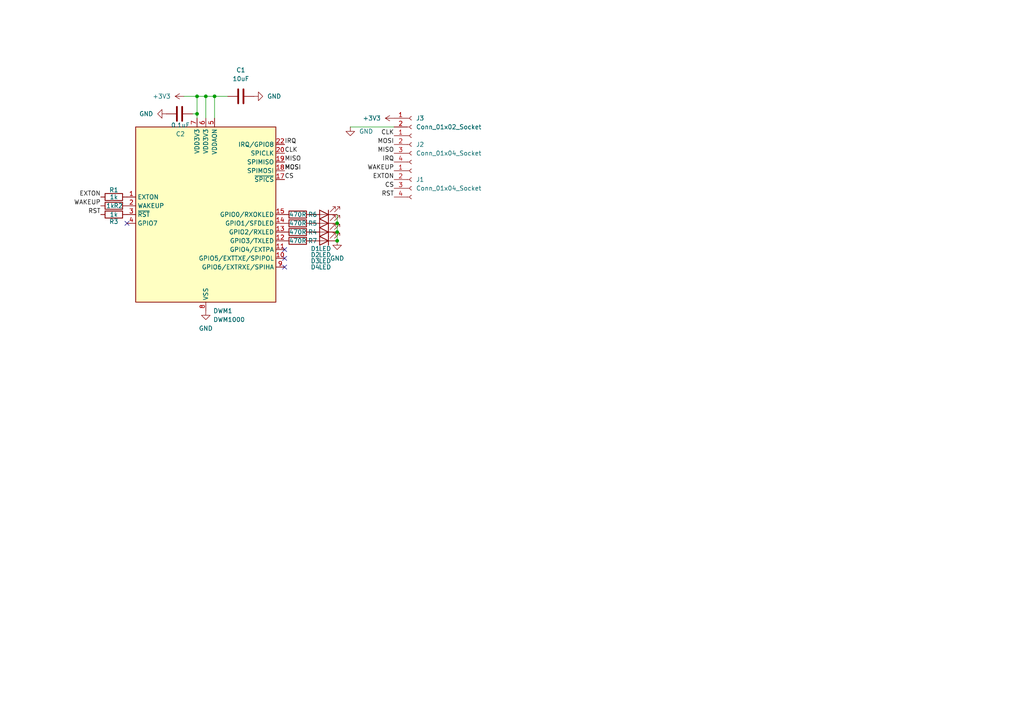
<source format=kicad_sch>
(kicad_sch
	(version 20250114)
	(generator "eeschema")
	(generator_version "9.0")
	(uuid "fa69f699-0bc2-430a-80e9-99bf605e5b53")
	(paper "A4")
	(lib_symbols
		(symbol "Connector:Conn_01x02_Socket"
			(pin_names
				(offset 1.016)
				(hide yes)
			)
			(exclude_from_sim no)
			(in_bom yes)
			(on_board yes)
			(property "Reference" "J"
				(at 0 2.54 0)
				(effects
					(font
						(size 1.27 1.27)
					)
				)
			)
			(property "Value" "Conn_01x02_Socket"
				(at 0 -5.08 0)
				(effects
					(font
						(size 1.27 1.27)
					)
				)
			)
			(property "Footprint" ""
				(at 0 0 0)
				(effects
					(font
						(size 1.27 1.27)
					)
					(hide yes)
				)
			)
			(property "Datasheet" "~"
				(at 0 0 0)
				(effects
					(font
						(size 1.27 1.27)
					)
					(hide yes)
				)
			)
			(property "Description" "Generic connector, single row, 01x02, script generated"
				(at 0 0 0)
				(effects
					(font
						(size 1.27 1.27)
					)
					(hide yes)
				)
			)
			(property "ki_locked" ""
				(at 0 0 0)
				(effects
					(font
						(size 1.27 1.27)
					)
				)
			)
			(property "ki_keywords" "connector"
				(at 0 0 0)
				(effects
					(font
						(size 1.27 1.27)
					)
					(hide yes)
				)
			)
			(property "ki_fp_filters" "Connector*:*_1x??_*"
				(at 0 0 0)
				(effects
					(font
						(size 1.27 1.27)
					)
					(hide yes)
				)
			)
			(symbol "Conn_01x02_Socket_1_1"
				(polyline
					(pts
						(xy -1.27 0) (xy -0.508 0)
					)
					(stroke
						(width 0.1524)
						(type default)
					)
					(fill
						(type none)
					)
				)
				(polyline
					(pts
						(xy -1.27 -2.54) (xy -0.508 -2.54)
					)
					(stroke
						(width 0.1524)
						(type default)
					)
					(fill
						(type none)
					)
				)
				(arc
					(start 0 -0.508)
					(mid -0.5058 0)
					(end 0 0.508)
					(stroke
						(width 0.1524)
						(type default)
					)
					(fill
						(type none)
					)
				)
				(arc
					(start 0 -3.048)
					(mid -0.5058 -2.54)
					(end 0 -2.032)
					(stroke
						(width 0.1524)
						(type default)
					)
					(fill
						(type none)
					)
				)
				(pin passive line
					(at -5.08 0 0)
					(length 3.81)
					(name "Pin_1"
						(effects
							(font
								(size 1.27 1.27)
							)
						)
					)
					(number "1"
						(effects
							(font
								(size 1.27 1.27)
							)
						)
					)
				)
				(pin passive line
					(at -5.08 -2.54 0)
					(length 3.81)
					(name "Pin_2"
						(effects
							(font
								(size 1.27 1.27)
							)
						)
					)
					(number "2"
						(effects
							(font
								(size 1.27 1.27)
							)
						)
					)
				)
			)
			(embedded_fonts no)
		)
		(symbol "Connector:Conn_01x04_Socket"
			(pin_names
				(offset 1.016)
				(hide yes)
			)
			(exclude_from_sim no)
			(in_bom yes)
			(on_board yes)
			(property "Reference" "J"
				(at 0 5.08 0)
				(effects
					(font
						(size 1.27 1.27)
					)
				)
			)
			(property "Value" "Conn_01x04_Socket"
				(at 0 -7.62 0)
				(effects
					(font
						(size 1.27 1.27)
					)
				)
			)
			(property "Footprint" ""
				(at 0 0 0)
				(effects
					(font
						(size 1.27 1.27)
					)
					(hide yes)
				)
			)
			(property "Datasheet" "~"
				(at 0 0 0)
				(effects
					(font
						(size 1.27 1.27)
					)
					(hide yes)
				)
			)
			(property "Description" "Generic connector, single row, 01x04, script generated"
				(at 0 0 0)
				(effects
					(font
						(size 1.27 1.27)
					)
					(hide yes)
				)
			)
			(property "ki_locked" ""
				(at 0 0 0)
				(effects
					(font
						(size 1.27 1.27)
					)
				)
			)
			(property "ki_keywords" "connector"
				(at 0 0 0)
				(effects
					(font
						(size 1.27 1.27)
					)
					(hide yes)
				)
			)
			(property "ki_fp_filters" "Connector*:*_1x??_*"
				(at 0 0 0)
				(effects
					(font
						(size 1.27 1.27)
					)
					(hide yes)
				)
			)
			(symbol "Conn_01x04_Socket_1_1"
				(polyline
					(pts
						(xy -1.27 2.54) (xy -0.508 2.54)
					)
					(stroke
						(width 0.1524)
						(type default)
					)
					(fill
						(type none)
					)
				)
				(polyline
					(pts
						(xy -1.27 0) (xy -0.508 0)
					)
					(stroke
						(width 0.1524)
						(type default)
					)
					(fill
						(type none)
					)
				)
				(polyline
					(pts
						(xy -1.27 -2.54) (xy -0.508 -2.54)
					)
					(stroke
						(width 0.1524)
						(type default)
					)
					(fill
						(type none)
					)
				)
				(polyline
					(pts
						(xy -1.27 -5.08) (xy -0.508 -5.08)
					)
					(stroke
						(width 0.1524)
						(type default)
					)
					(fill
						(type none)
					)
				)
				(arc
					(start 0 2.032)
					(mid -0.5058 2.54)
					(end 0 3.048)
					(stroke
						(width 0.1524)
						(type default)
					)
					(fill
						(type none)
					)
				)
				(arc
					(start 0 -0.508)
					(mid -0.5058 0)
					(end 0 0.508)
					(stroke
						(width 0.1524)
						(type default)
					)
					(fill
						(type none)
					)
				)
				(arc
					(start 0 -3.048)
					(mid -0.5058 -2.54)
					(end 0 -2.032)
					(stroke
						(width 0.1524)
						(type default)
					)
					(fill
						(type none)
					)
				)
				(arc
					(start 0 -5.588)
					(mid -0.5058 -5.08)
					(end 0 -4.572)
					(stroke
						(width 0.1524)
						(type default)
					)
					(fill
						(type none)
					)
				)
				(pin passive line
					(at -5.08 2.54 0)
					(length 3.81)
					(name "Pin_1"
						(effects
							(font
								(size 1.27 1.27)
							)
						)
					)
					(number "1"
						(effects
							(font
								(size 1.27 1.27)
							)
						)
					)
				)
				(pin passive line
					(at -5.08 0 0)
					(length 3.81)
					(name "Pin_2"
						(effects
							(font
								(size 1.27 1.27)
							)
						)
					)
					(number "2"
						(effects
							(font
								(size 1.27 1.27)
							)
						)
					)
				)
				(pin passive line
					(at -5.08 -2.54 0)
					(length 3.81)
					(name "Pin_3"
						(effects
							(font
								(size 1.27 1.27)
							)
						)
					)
					(number "3"
						(effects
							(font
								(size 1.27 1.27)
							)
						)
					)
				)
				(pin passive line
					(at -5.08 -5.08 0)
					(length 3.81)
					(name "Pin_4"
						(effects
							(font
								(size 1.27 1.27)
							)
						)
					)
					(number "4"
						(effects
							(font
								(size 1.27 1.27)
							)
						)
					)
				)
			)
			(embedded_fonts no)
		)
		(symbol "Device:C"
			(pin_numbers
				(hide yes)
			)
			(pin_names
				(offset 0.254)
			)
			(exclude_from_sim no)
			(in_bom yes)
			(on_board yes)
			(property "Reference" "C"
				(at 0.635 2.54 0)
				(effects
					(font
						(size 1.27 1.27)
					)
					(justify left)
				)
			)
			(property "Value" "C"
				(at 0.635 -2.54 0)
				(effects
					(font
						(size 1.27 1.27)
					)
					(justify left)
				)
			)
			(property "Footprint" ""
				(at 0.9652 -3.81 0)
				(effects
					(font
						(size 1.27 1.27)
					)
					(hide yes)
				)
			)
			(property "Datasheet" "~"
				(at 0 0 0)
				(effects
					(font
						(size 1.27 1.27)
					)
					(hide yes)
				)
			)
			(property "Description" "Unpolarized capacitor"
				(at 0 0 0)
				(effects
					(font
						(size 1.27 1.27)
					)
					(hide yes)
				)
			)
			(property "ki_keywords" "cap capacitor"
				(at 0 0 0)
				(effects
					(font
						(size 1.27 1.27)
					)
					(hide yes)
				)
			)
			(property "ki_fp_filters" "C_*"
				(at 0 0 0)
				(effects
					(font
						(size 1.27 1.27)
					)
					(hide yes)
				)
			)
			(symbol "C_0_1"
				(polyline
					(pts
						(xy -2.032 0.762) (xy 2.032 0.762)
					)
					(stroke
						(width 0.508)
						(type default)
					)
					(fill
						(type none)
					)
				)
				(polyline
					(pts
						(xy -2.032 -0.762) (xy 2.032 -0.762)
					)
					(stroke
						(width 0.508)
						(type default)
					)
					(fill
						(type none)
					)
				)
			)
			(symbol "C_1_1"
				(pin passive line
					(at 0 3.81 270)
					(length 2.794)
					(name "~"
						(effects
							(font
								(size 1.27 1.27)
							)
						)
					)
					(number "1"
						(effects
							(font
								(size 1.27 1.27)
							)
						)
					)
				)
				(pin passive line
					(at 0 -3.81 90)
					(length 2.794)
					(name "~"
						(effects
							(font
								(size 1.27 1.27)
							)
						)
					)
					(number "2"
						(effects
							(font
								(size 1.27 1.27)
							)
						)
					)
				)
			)
			(embedded_fonts no)
		)
		(symbol "Device:LED"
			(pin_numbers
				(hide yes)
			)
			(pin_names
				(offset 1.016)
				(hide yes)
			)
			(exclude_from_sim no)
			(in_bom yes)
			(on_board yes)
			(property "Reference" "D"
				(at 0 2.54 0)
				(effects
					(font
						(size 1.27 1.27)
					)
				)
			)
			(property "Value" "LED"
				(at 0 -2.54 0)
				(effects
					(font
						(size 1.27 1.27)
					)
				)
			)
			(property "Footprint" ""
				(at 0 0 0)
				(effects
					(font
						(size 1.27 1.27)
					)
					(hide yes)
				)
			)
			(property "Datasheet" "~"
				(at 0 0 0)
				(effects
					(font
						(size 1.27 1.27)
					)
					(hide yes)
				)
			)
			(property "Description" "Light emitting diode"
				(at 0 0 0)
				(effects
					(font
						(size 1.27 1.27)
					)
					(hide yes)
				)
			)
			(property "Sim.Pins" "1=K 2=A"
				(at 0 0 0)
				(effects
					(font
						(size 1.27 1.27)
					)
					(hide yes)
				)
			)
			(property "ki_keywords" "LED diode"
				(at 0 0 0)
				(effects
					(font
						(size 1.27 1.27)
					)
					(hide yes)
				)
			)
			(property "ki_fp_filters" "LED* LED_SMD:* LED_THT:*"
				(at 0 0 0)
				(effects
					(font
						(size 1.27 1.27)
					)
					(hide yes)
				)
			)
			(symbol "LED_0_1"
				(polyline
					(pts
						(xy -3.048 -0.762) (xy -4.572 -2.286) (xy -3.81 -2.286) (xy -4.572 -2.286) (xy -4.572 -1.524)
					)
					(stroke
						(width 0)
						(type default)
					)
					(fill
						(type none)
					)
				)
				(polyline
					(pts
						(xy -1.778 -0.762) (xy -3.302 -2.286) (xy -2.54 -2.286) (xy -3.302 -2.286) (xy -3.302 -1.524)
					)
					(stroke
						(width 0)
						(type default)
					)
					(fill
						(type none)
					)
				)
				(polyline
					(pts
						(xy -1.27 0) (xy 1.27 0)
					)
					(stroke
						(width 0)
						(type default)
					)
					(fill
						(type none)
					)
				)
				(polyline
					(pts
						(xy -1.27 -1.27) (xy -1.27 1.27)
					)
					(stroke
						(width 0.254)
						(type default)
					)
					(fill
						(type none)
					)
				)
				(polyline
					(pts
						(xy 1.27 -1.27) (xy 1.27 1.27) (xy -1.27 0) (xy 1.27 -1.27)
					)
					(stroke
						(width 0.254)
						(type default)
					)
					(fill
						(type none)
					)
				)
			)
			(symbol "LED_1_1"
				(pin passive line
					(at -3.81 0 0)
					(length 2.54)
					(name "K"
						(effects
							(font
								(size 1.27 1.27)
							)
						)
					)
					(number "1"
						(effects
							(font
								(size 1.27 1.27)
							)
						)
					)
				)
				(pin passive line
					(at 3.81 0 180)
					(length 2.54)
					(name "A"
						(effects
							(font
								(size 1.27 1.27)
							)
						)
					)
					(number "2"
						(effects
							(font
								(size 1.27 1.27)
							)
						)
					)
				)
			)
			(embedded_fonts no)
		)
		(symbol "Device:R"
			(pin_numbers
				(hide yes)
			)
			(pin_names
				(offset 0)
			)
			(exclude_from_sim no)
			(in_bom yes)
			(on_board yes)
			(property "Reference" "R"
				(at 2.032 0 90)
				(effects
					(font
						(size 1.27 1.27)
					)
				)
			)
			(property "Value" "R"
				(at 0 0 90)
				(effects
					(font
						(size 1.27 1.27)
					)
				)
			)
			(property "Footprint" ""
				(at -1.778 0 90)
				(effects
					(font
						(size 1.27 1.27)
					)
					(hide yes)
				)
			)
			(property "Datasheet" "~"
				(at 0 0 0)
				(effects
					(font
						(size 1.27 1.27)
					)
					(hide yes)
				)
			)
			(property "Description" "Resistor"
				(at 0 0 0)
				(effects
					(font
						(size 1.27 1.27)
					)
					(hide yes)
				)
			)
			(property "ki_keywords" "R res resistor"
				(at 0 0 0)
				(effects
					(font
						(size 1.27 1.27)
					)
					(hide yes)
				)
			)
			(property "ki_fp_filters" "R_*"
				(at 0 0 0)
				(effects
					(font
						(size 1.27 1.27)
					)
					(hide yes)
				)
			)
			(symbol "R_0_1"
				(rectangle
					(start -1.016 -2.54)
					(end 1.016 2.54)
					(stroke
						(width 0.254)
						(type default)
					)
					(fill
						(type none)
					)
				)
			)
			(symbol "R_1_1"
				(pin passive line
					(at 0 3.81 270)
					(length 1.27)
					(name "~"
						(effects
							(font
								(size 1.27 1.27)
							)
						)
					)
					(number "1"
						(effects
							(font
								(size 1.27 1.27)
							)
						)
					)
				)
				(pin passive line
					(at 0 -3.81 90)
					(length 1.27)
					(name "~"
						(effects
							(font
								(size 1.27 1.27)
							)
						)
					)
					(number "2"
						(effects
							(font
								(size 1.27 1.27)
							)
						)
					)
				)
			)
			(embedded_fonts no)
		)
		(symbol "RF_Module:DWM1000"
			(exclude_from_sim no)
			(in_bom yes)
			(on_board yes)
			(property "Reference" "DWM"
				(at -17.78 26.67 0)
				(effects
					(font
						(size 1.27 1.27)
					)
				)
			)
			(property "Value" "DWM1000"
				(at 15.875 26.67 0)
				(effects
					(font
						(size 1.27 1.27)
					)
				)
			)
			(property "Footprint" "RF_Module:DWM1000"
				(at 7.62 -26.67 0)
				(effects
					(font
						(size 1.27 1.27)
					)
					(justify left)
					(hide yes)
				)
			)
			(property "Datasheet" "https://www.decawave.com/sites/default/files/resources/dwm1000-datasheet-v1.3.pdf"
				(at 7.62 -29.21 0)
				(effects
					(font
						(size 1.27 1.27)
					)
					(justify left)
					(hide yes)
				)
			)
			(property "Description" "Ultra wide band RF module With ranging location capabilities"
				(at 0 0 0)
				(effects
					(font
						(size 1.27 1.27)
					)
					(hide yes)
				)
			)
			(property "ki_keywords" "Decawave Qorvo UWB"
				(at 0 0 0)
				(effects
					(font
						(size 1.27 1.27)
					)
					(hide yes)
				)
			)
			(property "ki_fp_filters" "*DWM1000*"
				(at 0 0 0)
				(effects
					(font
						(size 1.27 1.27)
					)
					(hide yes)
				)
			)
			(symbol "DWM1000_0_1"
				(rectangle
					(start -20.32 25.4)
					(end 20.32 -25.4)
					(stroke
						(width 0.254)
						(type default)
					)
					(fill
						(type background)
					)
				)
			)
			(symbol "DWM1000_1_1"
				(pin output line
					(at -22.86 5.08 0)
					(length 2.54)
					(name "EXTON"
						(effects
							(font
								(size 1.27 1.27)
							)
						)
					)
					(number "1"
						(effects
							(font
								(size 1.27 1.27)
							)
						)
					)
				)
				(pin bidirectional line
					(at -22.86 2.54 0)
					(length 2.54)
					(name "WAKEUP"
						(effects
							(font
								(size 1.27 1.27)
							)
						)
					)
					(number "2"
						(effects
							(font
								(size 1.27 1.27)
							)
						)
					)
				)
				(pin bidirectional line
					(at -22.86 0 0)
					(length 2.54)
					(name "~{RST}"
						(effects
							(font
								(size 1.27 1.27)
							)
						)
					)
					(number "3"
						(effects
							(font
								(size 1.27 1.27)
							)
						)
					)
				)
				(pin bidirectional line
					(at -22.86 -2.54 0)
					(length 2.54)
					(name "GPIO7"
						(effects
							(font
								(size 1.27 1.27)
							)
						)
					)
					(number "4"
						(effects
							(font
								(size 1.27 1.27)
							)
						)
					)
				)
				(pin power_in line
					(at -2.54 27.94 270)
					(length 2.54)
					(name "VDD3V3"
						(effects
							(font
								(size 1.27 1.27)
							)
						)
					)
					(number "7"
						(effects
							(font
								(size 1.27 1.27)
							)
						)
					)
				)
				(pin power_in line
					(at 0 27.94 270)
					(length 2.54)
					(name "VDD3V3"
						(effects
							(font
								(size 1.27 1.27)
							)
						)
					)
					(number "6"
						(effects
							(font
								(size 1.27 1.27)
							)
						)
					)
				)
				(pin passive line
					(at 0 -27.94 90)
					(length 2.54)
					(hide yes)
					(name "VSS"
						(effects
							(font
								(size 1.27 1.27)
							)
						)
					)
					(number "16"
						(effects
							(font
								(size 1.27 1.27)
							)
						)
					)
				)
				(pin passive line
					(at 0 -27.94 90)
					(length 2.54)
					(hide yes)
					(name "VSS"
						(effects
							(font
								(size 1.27 1.27)
							)
						)
					)
					(number "21"
						(effects
							(font
								(size 1.27 1.27)
							)
						)
					)
				)
				(pin passive line
					(at 0 -27.94 90)
					(length 2.54)
					(hide yes)
					(name "VSS"
						(effects
							(font
								(size 1.27 1.27)
							)
						)
					)
					(number "23"
						(effects
							(font
								(size 1.27 1.27)
							)
						)
					)
				)
				(pin passive line
					(at 0 -27.94 90)
					(length 2.54)
					(hide yes)
					(name "VSS"
						(effects
							(font
								(size 1.27 1.27)
							)
						)
					)
					(number "24"
						(effects
							(font
								(size 1.27 1.27)
							)
						)
					)
				)
				(pin power_in line
					(at 0 -27.94 90)
					(length 2.54)
					(name "VSS"
						(effects
							(font
								(size 1.27 1.27)
							)
						)
					)
					(number "8"
						(effects
							(font
								(size 1.27 1.27)
							)
						)
					)
				)
				(pin power_in line
					(at 2.54 27.94 270)
					(length 2.54)
					(name "VDDAON"
						(effects
							(font
								(size 1.27 1.27)
							)
						)
					)
					(number "5"
						(effects
							(font
								(size 1.27 1.27)
							)
						)
					)
				)
				(pin bidirectional line
					(at 22.86 20.32 180)
					(length 2.54)
					(name "IRQ/GPIO8"
						(effects
							(font
								(size 1.27 1.27)
							)
						)
					)
					(number "22"
						(effects
							(font
								(size 1.27 1.27)
							)
						)
					)
				)
				(pin input line
					(at 22.86 17.78 180)
					(length 2.54)
					(name "SPICLK"
						(effects
							(font
								(size 1.27 1.27)
							)
						)
					)
					(number "20"
						(effects
							(font
								(size 1.27 1.27)
							)
						)
					)
				)
				(pin output line
					(at 22.86 15.24 180)
					(length 2.54)
					(name "SPIMISO"
						(effects
							(font
								(size 1.27 1.27)
							)
						)
					)
					(number "19"
						(effects
							(font
								(size 1.27 1.27)
							)
						)
					)
				)
				(pin input line
					(at 22.86 12.7 180)
					(length 2.54)
					(name "SPIMOSI"
						(effects
							(font
								(size 1.27 1.27)
							)
						)
					)
					(number "18"
						(effects
							(font
								(size 1.27 1.27)
							)
						)
					)
				)
				(pin input line
					(at 22.86 10.16 180)
					(length 2.54)
					(name "~{SPICS}"
						(effects
							(font
								(size 1.27 1.27)
							)
						)
					)
					(number "17"
						(effects
							(font
								(size 1.27 1.27)
							)
						)
					)
				)
				(pin bidirectional line
					(at 22.86 0 180)
					(length 2.54)
					(name "GPIO0/RXOKLED"
						(effects
							(font
								(size 1.27 1.27)
							)
						)
					)
					(number "15"
						(effects
							(font
								(size 1.27 1.27)
							)
						)
					)
				)
				(pin bidirectional line
					(at 22.86 -2.54 180)
					(length 2.54)
					(name "GPIO1/SFDLED"
						(effects
							(font
								(size 1.27 1.27)
							)
						)
					)
					(number "14"
						(effects
							(font
								(size 1.27 1.27)
							)
						)
					)
				)
				(pin bidirectional line
					(at 22.86 -5.08 180)
					(length 2.54)
					(name "GPIO2/RXLED"
						(effects
							(font
								(size 1.27 1.27)
							)
						)
					)
					(number "13"
						(effects
							(font
								(size 1.27 1.27)
							)
						)
					)
				)
				(pin bidirectional line
					(at 22.86 -7.62 180)
					(length 2.54)
					(name "GPIO3/TXLED"
						(effects
							(font
								(size 1.27 1.27)
							)
						)
					)
					(number "12"
						(effects
							(font
								(size 1.27 1.27)
							)
						)
					)
				)
				(pin bidirectional line
					(at 22.86 -10.16 180)
					(length 2.54)
					(name "GPIO4/EXTPA"
						(effects
							(font
								(size 1.27 1.27)
							)
						)
					)
					(number "11"
						(effects
							(font
								(size 1.27 1.27)
							)
						)
					)
				)
				(pin bidirectional line
					(at 22.86 -12.7 180)
					(length 2.54)
					(name "GPIO5/EXTTXE/SPIPOL"
						(effects
							(font
								(size 1.27 1.27)
							)
						)
					)
					(number "10"
						(effects
							(font
								(size 1.27 1.27)
							)
						)
					)
				)
				(pin bidirectional line
					(at 22.86 -15.24 180)
					(length 2.54)
					(name "GPIO6/EXTRXE/SPIHA"
						(effects
							(font
								(size 1.27 1.27)
							)
						)
					)
					(number "9"
						(effects
							(font
								(size 1.27 1.27)
							)
						)
					)
				)
			)
			(embedded_fonts no)
		)
		(symbol "power:+3V3"
			(power)
			(pin_numbers
				(hide yes)
			)
			(pin_names
				(offset 0)
				(hide yes)
			)
			(exclude_from_sim no)
			(in_bom yes)
			(on_board yes)
			(property "Reference" "#PWR"
				(at 0 -3.81 0)
				(effects
					(font
						(size 1.27 1.27)
					)
					(hide yes)
				)
			)
			(property "Value" "+3V3"
				(at 0 3.556 0)
				(effects
					(font
						(size 1.27 1.27)
					)
				)
			)
			(property "Footprint" ""
				(at 0 0 0)
				(effects
					(font
						(size 1.27 1.27)
					)
					(hide yes)
				)
			)
			(property "Datasheet" ""
				(at 0 0 0)
				(effects
					(font
						(size 1.27 1.27)
					)
					(hide yes)
				)
			)
			(property "Description" "Power symbol creates a global label with name \"+3V3\""
				(at 0 0 0)
				(effects
					(font
						(size 1.27 1.27)
					)
					(hide yes)
				)
			)
			(property "ki_keywords" "global power"
				(at 0 0 0)
				(effects
					(font
						(size 1.27 1.27)
					)
					(hide yes)
				)
			)
			(symbol "+3V3_0_1"
				(polyline
					(pts
						(xy -0.762 1.27) (xy 0 2.54)
					)
					(stroke
						(width 0)
						(type default)
					)
					(fill
						(type none)
					)
				)
				(polyline
					(pts
						(xy 0 2.54) (xy 0.762 1.27)
					)
					(stroke
						(width 0)
						(type default)
					)
					(fill
						(type none)
					)
				)
				(polyline
					(pts
						(xy 0 0) (xy 0 2.54)
					)
					(stroke
						(width 0)
						(type default)
					)
					(fill
						(type none)
					)
				)
			)
			(symbol "+3V3_1_1"
				(pin power_in line
					(at 0 0 90)
					(length 0)
					(name "~"
						(effects
							(font
								(size 1.27 1.27)
							)
						)
					)
					(number "1"
						(effects
							(font
								(size 1.27 1.27)
							)
						)
					)
				)
			)
			(embedded_fonts no)
		)
		(symbol "power:GND"
			(power)
			(pin_numbers
				(hide yes)
			)
			(pin_names
				(offset 0)
				(hide yes)
			)
			(exclude_from_sim no)
			(in_bom yes)
			(on_board yes)
			(property "Reference" "#PWR"
				(at 0 -6.35 0)
				(effects
					(font
						(size 1.27 1.27)
					)
					(hide yes)
				)
			)
			(property "Value" "GND"
				(at 0 -3.81 0)
				(effects
					(font
						(size 1.27 1.27)
					)
				)
			)
			(property "Footprint" ""
				(at 0 0 0)
				(effects
					(font
						(size 1.27 1.27)
					)
					(hide yes)
				)
			)
			(property "Datasheet" ""
				(at 0 0 0)
				(effects
					(font
						(size 1.27 1.27)
					)
					(hide yes)
				)
			)
			(property "Description" "Power symbol creates a global label with name \"GND\" , ground"
				(at 0 0 0)
				(effects
					(font
						(size 1.27 1.27)
					)
					(hide yes)
				)
			)
			(property "ki_keywords" "global power"
				(at 0 0 0)
				(effects
					(font
						(size 1.27 1.27)
					)
					(hide yes)
				)
			)
			(symbol "GND_0_1"
				(polyline
					(pts
						(xy 0 0) (xy 0 -1.27) (xy 1.27 -1.27) (xy 0 -2.54) (xy -1.27 -1.27) (xy 0 -1.27)
					)
					(stroke
						(width 0)
						(type default)
					)
					(fill
						(type none)
					)
				)
			)
			(symbol "GND_1_1"
				(pin power_in line
					(at 0 0 270)
					(length 0)
					(name "~"
						(effects
							(font
								(size 1.27 1.27)
							)
						)
					)
					(number "1"
						(effects
							(font
								(size 1.27 1.27)
							)
						)
					)
				)
			)
			(embedded_fonts no)
		)
	)
	(junction
		(at 62.23 27.94)
		(diameter 0)
		(color 0 0 0 0)
		(uuid "12c86534-3eea-4dc0-85b1-8ee7444f05f2")
	)
	(junction
		(at 97.79 67.31)
		(diameter 0)
		(color 0 0 0 0)
		(uuid "290a4cbb-9cde-4271-bf16-9c96c52ed9df")
	)
	(junction
		(at 97.79 64.77)
		(diameter 0)
		(color 0 0 0 0)
		(uuid "77b79806-6986-4c27-9d74-76217be8ed85")
	)
	(junction
		(at 59.69 27.94)
		(diameter 0)
		(color 0 0 0 0)
		(uuid "af6b84bb-5d8c-4955-b7bc-8bcd9996c111")
	)
	(junction
		(at 57.15 27.94)
		(diameter 0)
		(color 0 0 0 0)
		(uuid "b1e86b24-6b13-4021-b2c7-07b52cd6c9f3")
	)
	(junction
		(at 57.15 33.02)
		(diameter 0)
		(color 0 0 0 0)
		(uuid "d326d65e-ab08-417f-aa67-3eda937c6123")
	)
	(junction
		(at 97.79 69.85)
		(diameter 0)
		(color 0 0 0 0)
		(uuid "d406d25f-5d37-4f81-806c-c5e55e34159a")
	)
	(no_connect
		(at 82.55 77.47)
		(uuid "07540c64-c5ce-4461-8e38-7f2254d3a42d")
	)
	(no_connect
		(at 82.55 72.39)
		(uuid "55c695a1-2f40-49ed-8be7-c88ef31f82bc")
	)
	(no_connect
		(at 82.55 74.93)
		(uuid "a3b08ff5-6917-496b-acc5-5db18cf2851b")
	)
	(no_connect
		(at 36.83 64.77)
		(uuid "aaa4f17a-429c-47ef-a7d4-effa65836521")
	)
	(wire
		(pts
			(xy 53.34 27.94) (xy 57.15 27.94)
		)
		(stroke
			(width 0)
			(type default)
		)
		(uuid "0e5a3c48-af2e-46ab-b543-8fc8d101a709")
	)
	(wire
		(pts
			(xy 55.88 33.02) (xy 57.15 33.02)
		)
		(stroke
			(width 0)
			(type default)
		)
		(uuid "17673f9c-60cf-45f3-ab08-434cb60a9bc8")
	)
	(wire
		(pts
			(xy 59.69 27.94) (xy 59.69 34.29)
		)
		(stroke
			(width 0)
			(type default)
		)
		(uuid "26bfceae-342a-4e01-b4e7-bd5c838ec7f3")
	)
	(wire
		(pts
			(xy 62.23 27.94) (xy 62.23 34.29)
		)
		(stroke
			(width 0)
			(type default)
		)
		(uuid "2e8f11c6-5435-4aa8-b4c8-4746e683f6f8")
	)
	(wire
		(pts
			(xy 57.15 27.94) (xy 59.69 27.94)
		)
		(stroke
			(width 0)
			(type default)
		)
		(uuid "3509018e-d9ca-4b2a-ad88-3523db53ae18")
	)
	(wire
		(pts
			(xy 97.79 62.23) (xy 97.79 64.77)
		)
		(stroke
			(width 0)
			(type default)
		)
		(uuid "60379438-cd4d-4bde-b131-e89901287bcf")
	)
	(wire
		(pts
			(xy 101.6 36.83) (xy 114.3 36.83)
		)
		(stroke
			(width 0)
			(type default)
		)
		(uuid "8cc72eab-5d9d-42e4-96b2-93bb01fa8fa3")
	)
	(wire
		(pts
			(xy 62.23 27.94) (xy 66.04 27.94)
		)
		(stroke
			(width 0)
			(type default)
		)
		(uuid "af2d7092-ff26-45e2-b917-60ca5f7a92b8")
	)
	(wire
		(pts
			(xy 57.15 33.02) (xy 57.15 34.29)
		)
		(stroke
			(width 0)
			(type default)
		)
		(uuid "b5099562-dfcb-4c07-8b07-9d133018db77")
	)
	(wire
		(pts
			(xy 97.79 64.77) (xy 97.79 67.31)
		)
		(stroke
			(width 0)
			(type default)
		)
		(uuid "c174eb98-3ab3-4f5c-a855-94d17d597ede")
	)
	(wire
		(pts
			(xy 57.15 27.94) (xy 57.15 33.02)
		)
		(stroke
			(width 0)
			(type default)
		)
		(uuid "d42e185b-98a6-4758-98ec-0b2d4ab5b867")
	)
	(wire
		(pts
			(xy 97.79 67.31) (xy 97.79 69.85)
		)
		(stroke
			(width 0)
			(type default)
		)
		(uuid "f0798f85-25d1-4d09-9250-1a59f21397cf")
	)
	(wire
		(pts
			(xy 59.69 27.94) (xy 62.23 27.94)
		)
		(stroke
			(width 0)
			(type default)
		)
		(uuid "f2e4cc02-c018-4a91-bbc8-f80e30cd8b08")
	)
	(label "MISO"
		(at 82.55 46.99 0)
		(effects
			(font
				(size 1.27 1.27)
			)
			(justify left bottom)
		)
		(uuid "0edbbefd-44a8-439c-99ca-7a0c811fec96")
	)
	(label "EXTON"
		(at 29.21 57.15 180)
		(effects
			(font
				(size 1.27 1.27)
			)
			(justify right bottom)
		)
		(uuid "0f3d41ff-f387-4e4b-bc01-08e495f3b30f")
	)
	(label "MISO"
		(at 114.3 44.45 180)
		(effects
			(font
				(size 1.27 1.27)
			)
			(justify right bottom)
		)
		(uuid "1e878304-0df0-445b-bdf3-1fee22a3a406")
	)
	(label "MOSI"
		(at 114.3 41.91 180)
		(effects
			(font
				(size 1.27 1.27)
			)
			(justify right bottom)
		)
		(uuid "30b32f47-8fc2-4fff-8f40-4a79477c1169")
	)
	(label "WAKEUP"
		(at 114.3 49.53 180)
		(effects
			(font
				(size 1.27 1.27)
			)
			(justify right bottom)
		)
		(uuid "5d12e91d-4d59-4065-9185-24b3a4a769a1")
	)
	(label "IRQ"
		(at 114.3 46.99 180)
		(effects
			(font
				(size 1.27 1.27)
			)
			(justify right bottom)
		)
		(uuid "5ef6eb46-09fa-47a9-b3f8-75cf4b4d65fb")
	)
	(label "IRQ"
		(at 82.55 41.91 0)
		(effects
			(font
				(size 1.27 1.27)
			)
			(justify left bottom)
		)
		(uuid "663ae5f8-664e-4a69-bb55-e1f79ce9423d")
	)
	(label "CLK"
		(at 82.55 44.45 0)
		(effects
			(font
				(size 1.27 1.27)
			)
			(justify left bottom)
		)
		(uuid "6fe8a5a8-f19d-4308-a6bf-ec2c282c263d")
	)
	(label "MOSI"
		(at 82.55 49.53 0)
		(effects
			(font
				(size 1.27 1.27)
			)
			(justify left bottom)
		)
		(uuid "8d55fba1-418d-4497-851b-d46bc2bae633")
	)
	(label "CS"
		(at 114.3 54.61 180)
		(effects
			(font
				(size 1.27 1.27)
			)
			(justify right bottom)
		)
		(uuid "9851bab7-af7e-47b4-84dc-55a9cb721880")
	)
	(label "WAKEUP"
		(at 29.21 59.69 180)
		(effects
			(font
				(size 1.27 1.27)
			)
			(justify right bottom)
		)
		(uuid "9d83433e-285f-49b6-ad8b-764324834032")
	)
	(label "RST"
		(at 114.3 57.15 180)
		(effects
			(font
				(size 1.27 1.27)
			)
			(justify right bottom)
		)
		(uuid "b1db07ee-bbe6-43ad-98d6-bc8c7cfd8c3b")
	)
	(label "EXTON"
		(at 114.3 52.07 180)
		(effects
			(font
				(size 1.27 1.27)
			)
			(justify right bottom)
		)
		(uuid "d0388159-7db8-4af0-91bc-28529c2c71d5")
	)
	(label "MOSI"
		(at 82.55 49.53 0)
		(effects
			(font
				(size 1.27 1.27)
			)
			(justify left bottom)
		)
		(uuid "dfb15dd4-f7f5-4cb1-a9f5-59a9c3e6d1e2")
	)
	(label "RST"
		(at 29.21 62.23 180)
		(effects
			(font
				(size 1.27 1.27)
			)
			(justify right bottom)
		)
		(uuid "e94a92fa-eadf-4e0d-855f-7de7cba45313")
	)
	(label "CS"
		(at 82.55 52.07 0)
		(effects
			(font
				(size 1.27 1.27)
			)
			(justify left bottom)
		)
		(uuid "f9b41d94-9f7d-4408-9112-bbe13f4ea874")
	)
	(label "CLK"
		(at 114.3 39.37 180)
		(effects
			(font
				(size 1.27 1.27)
			)
			(justify right bottom)
		)
		(uuid "fc80bc8c-5370-44f7-80bf-db304d67136e")
	)
	(symbol
		(lib_id "power:GND")
		(at 59.69 90.17 0)
		(unit 1)
		(exclude_from_sim no)
		(in_bom yes)
		(on_board yes)
		(dnp no)
		(fields_autoplaced yes)
		(uuid "0633db2a-8963-447b-a55e-3b2c39a041a3")
		(property "Reference" "#PWR01"
			(at 59.69 96.52 0)
			(effects
				(font
					(size 1.27 1.27)
				)
				(hide yes)
			)
		)
		(property "Value" "GND"
			(at 59.69 95.25 0)
			(effects
				(font
					(size 1.27 1.27)
				)
			)
		)
		(property "Footprint" ""
			(at 59.69 90.17 0)
			(effects
				(font
					(size 1.27 1.27)
				)
				(hide yes)
			)
		)
		(property "Datasheet" ""
			(at 59.69 90.17 0)
			(effects
				(font
					(size 1.27 1.27)
				)
				(hide yes)
			)
		)
		(property "Description" "Power symbol creates a global label with name \"GND\" , ground"
			(at 59.69 90.17 0)
			(effects
				(font
					(size 1.27 1.27)
				)
				(hide yes)
			)
		)
		(pin "1"
			(uuid "8d4f43d6-1d57-4ded-b8c5-71cfcc77d214")
		)
		(instances
			(project "UWB Fly Module"
				(path "/fa69f699-0bc2-430a-80e9-99bf605e5b53"
					(reference "#PWR01")
					(unit 1)
				)
			)
		)
	)
	(symbol
		(lib_id "Device:C")
		(at 52.07 33.02 270)
		(unit 1)
		(exclude_from_sim no)
		(in_bom yes)
		(on_board yes)
		(dnp no)
		(uuid "0a7bfe80-29d1-4e43-bab6-274061490a66")
		(property "Reference" "C2"
			(at 52.324 38.862 90)
			(effects
				(font
					(size 1.27 1.27)
				)
			)
		)
		(property "Value" "0.1uF"
			(at 52.324 36.322 90)
			(effects
				(font
					(size 1.27 1.27)
				)
			)
		)
		(property "Footprint" "Capacitor_SMD:C_0603_1608Metric"
			(at 48.26 33.9852 0)
			(effects
				(font
					(size 1.27 1.27)
				)
				(hide yes)
			)
		)
		(property "Datasheet" "~"
			(at 52.07 33.02 0)
			(effects
				(font
					(size 1.27 1.27)
				)
				(hide yes)
			)
		)
		(property "Description" "Unpolarized capacitor"
			(at 52.07 33.02 0)
			(effects
				(font
					(size 1.27 1.27)
				)
				(hide yes)
			)
		)
		(pin "1"
			(uuid "dc6094dc-37ad-4a65-ac30-f23afa1682d1")
		)
		(pin "2"
			(uuid "0d657e03-ea50-480b-b485-053ed75b7018")
		)
		(instances
			(project "UWB Fly Module"
				(path "/fa69f699-0bc2-430a-80e9-99bf605e5b53"
					(reference "C2")
					(unit 1)
				)
			)
		)
	)
	(symbol
		(lib_id "Connector:Conn_01x04_Socket")
		(at 119.38 41.91 0)
		(unit 1)
		(exclude_from_sim no)
		(in_bom yes)
		(on_board yes)
		(dnp no)
		(fields_autoplaced yes)
		(uuid "1ed72d02-a42e-4d2e-8b85-42ea795efbe2")
		(property "Reference" "J2"
			(at 120.65 41.9099 0)
			(effects
				(font
					(size 1.27 1.27)
				)
				(justify left)
			)
		)
		(property "Value" "Conn_01x04_Socket"
			(at 120.65 44.4499 0)
			(effects
				(font
					(size 1.27 1.27)
				)
				(justify left)
			)
		)
		(property "Footprint" "Connector_Wire:SolderWire-0.5sqmm_1x04_P4.8mm_D0.9mm_OD2.3mm"
			(at 119.38 41.91 0)
			(effects
				(font
					(size 1.27 1.27)
				)
				(hide yes)
			)
		)
		(property "Datasheet" "~"
			(at 119.38 41.91 0)
			(effects
				(font
					(size 1.27 1.27)
				)
				(hide yes)
			)
		)
		(property "Description" "Generic connector, single row, 01x04, script generated"
			(at 119.38 41.91 0)
			(effects
				(font
					(size 1.27 1.27)
				)
				(hide yes)
			)
		)
		(pin "2"
			(uuid "a4051920-b06a-4ee5-a050-172209b804b5")
		)
		(pin "1"
			(uuid "9a510d93-7cc7-47c7-8c45-987d81c80b1f")
		)
		(pin "3"
			(uuid "b7b7f480-3cf4-4e96-aa75-5966c185da19")
		)
		(pin "4"
			(uuid "781283d9-a08b-4788-b6e5-f8aa70f2be1d")
		)
		(instances
			(project ""
				(path "/fa69f699-0bc2-430a-80e9-99bf605e5b53"
					(reference "J2")
					(unit 1)
				)
			)
		)
	)
	(symbol
		(lib_id "Device:R")
		(at 86.36 62.23 90)
		(unit 1)
		(exclude_from_sim no)
		(in_bom yes)
		(on_board yes)
		(dnp no)
		(uuid "2c38e348-fc8b-4359-91a6-cf54f55bcba1")
		(property "Reference" "R6"
			(at 90.678 62.23 90)
			(effects
				(font
					(size 1.27 1.27)
				)
			)
		)
		(property "Value" "470R"
			(at 86.36 62.23 90)
			(effects
				(font
					(size 1.27 1.27)
				)
			)
		)
		(property "Footprint" "Resistor_SMD:R_0603_1608Metric"
			(at 86.36 64.008 90)
			(effects
				(font
					(size 1.27 1.27)
				)
				(hide yes)
			)
		)
		(property "Datasheet" "~"
			(at 86.36 62.23 0)
			(effects
				(font
					(size 1.27 1.27)
				)
				(hide yes)
			)
		)
		(property "Description" "Resistor"
			(at 86.36 62.23 0)
			(effects
				(font
					(size 1.27 1.27)
				)
				(hide yes)
			)
		)
		(pin "1"
			(uuid "ff37b83a-a3ce-4772-b310-53e8c652fad9")
		)
		(pin "2"
			(uuid "1fbe9f7b-9b45-4d47-adf0-c94686f38859")
		)
		(instances
			(project "UWB Fly Module"
				(path "/fa69f699-0bc2-430a-80e9-99bf605e5b53"
					(reference "R6")
					(unit 1)
				)
			)
		)
	)
	(symbol
		(lib_id "Device:R")
		(at 86.36 67.31 90)
		(unit 1)
		(exclude_from_sim no)
		(in_bom yes)
		(on_board yes)
		(dnp no)
		(uuid "3eb295e7-61b8-46d8-9001-8482ebcde490")
		(property "Reference" "R4"
			(at 90.678 67.31 90)
			(effects
				(font
					(size 1.27 1.27)
				)
			)
		)
		(property "Value" "470R"
			(at 86.36 67.31 90)
			(effects
				(font
					(size 1.27 1.27)
				)
			)
		)
		(property "Footprint" "Resistor_SMD:R_0603_1608Metric"
			(at 86.36 69.088 90)
			(effects
				(font
					(size 1.27 1.27)
				)
				(hide yes)
			)
		)
		(property "Datasheet" "~"
			(at 86.36 67.31 0)
			(effects
				(font
					(size 1.27 1.27)
				)
				(hide yes)
			)
		)
		(property "Description" "Resistor"
			(at 86.36 67.31 0)
			(effects
				(font
					(size 1.27 1.27)
				)
				(hide yes)
			)
		)
		(pin "1"
			(uuid "9f094df6-3d47-41f6-950d-3a935dbd0e4f")
		)
		(pin "2"
			(uuid "d261daee-70ac-4d70-8007-9add703d813a")
		)
		(instances
			(project "UWB Fly Module"
				(path "/fa69f699-0bc2-430a-80e9-99bf605e5b53"
					(reference "R4")
					(unit 1)
				)
			)
		)
	)
	(symbol
		(lib_id "power:+3V3")
		(at 53.34 27.94 90)
		(unit 1)
		(exclude_from_sim no)
		(in_bom yes)
		(on_board yes)
		(dnp no)
		(fields_autoplaced yes)
		(uuid "4e133e04-9c0f-4b0a-b573-fa82e3da5efb")
		(property "Reference" "#PWR02"
			(at 57.15 27.94 0)
			(effects
				(font
					(size 1.27 1.27)
				)
				(hide yes)
			)
		)
		(property "Value" "+3V3"
			(at 49.53 27.9399 90)
			(effects
				(font
					(size 1.27 1.27)
				)
				(justify left)
			)
		)
		(property "Footprint" ""
			(at 53.34 27.94 0)
			(effects
				(font
					(size 1.27 1.27)
				)
				(hide yes)
			)
		)
		(property "Datasheet" ""
			(at 53.34 27.94 0)
			(effects
				(font
					(size 1.27 1.27)
				)
				(hide yes)
			)
		)
		(property "Description" "Power symbol creates a global label with name \"+3V3\""
			(at 53.34 27.94 0)
			(effects
				(font
					(size 1.27 1.27)
				)
				(hide yes)
			)
		)
		(pin "1"
			(uuid "7e194dc9-9872-419b-8c14-a91fa9b9ce95")
		)
		(instances
			(project "UWB Fly Module"
				(path "/fa69f699-0bc2-430a-80e9-99bf605e5b53"
					(reference "#PWR02")
					(unit 1)
				)
			)
		)
	)
	(symbol
		(lib_id "power:GND")
		(at 48.26 33.02 270)
		(unit 1)
		(exclude_from_sim no)
		(in_bom yes)
		(on_board yes)
		(dnp no)
		(fields_autoplaced yes)
		(uuid "688cf09c-9667-4624-80cd-d3f9e5a156ff")
		(property "Reference" "#PWR03"
			(at 41.91 33.02 0)
			(effects
				(font
					(size 1.27 1.27)
				)
				(hide yes)
			)
		)
		(property "Value" "GND"
			(at 44.45 33.0201 90)
			(effects
				(font
					(size 1.27 1.27)
				)
				(justify right)
			)
		)
		(property "Footprint" ""
			(at 48.26 33.02 0)
			(effects
				(font
					(size 1.27 1.27)
				)
				(hide yes)
			)
		)
		(property "Datasheet" ""
			(at 48.26 33.02 0)
			(effects
				(font
					(size 1.27 1.27)
				)
				(hide yes)
			)
		)
		(property "Description" "Power symbol creates a global label with name \"GND\" , ground"
			(at 48.26 33.02 0)
			(effects
				(font
					(size 1.27 1.27)
				)
				(hide yes)
			)
		)
		(pin "1"
			(uuid "9816ac32-b8a5-4690-be90-05e162c3fafd")
		)
		(instances
			(project "UWB Fly Module"
				(path "/fa69f699-0bc2-430a-80e9-99bf605e5b53"
					(reference "#PWR03")
					(unit 1)
				)
			)
		)
	)
	(symbol
		(lib_id "Device:LED")
		(at 93.98 69.85 180)
		(unit 1)
		(exclude_from_sim no)
		(in_bom yes)
		(on_board yes)
		(dnp no)
		(uuid "69f96545-e677-4f60-b322-1b16ef89af83")
		(property "Reference" "D4"
			(at 91.44 77.47 0)
			(effects
				(font
					(size 1.27 1.27)
				)
			)
		)
		(property "Value" "LED"
			(at 94.234 72.136 0)
			(effects
				(font
					(size 1.27 1.27)
				)
			)
		)
		(property "Footprint" "LED_SMD:LED_0603_1608Metric"
			(at 93.98 69.85 0)
			(effects
				(font
					(size 1.27 1.27)
				)
				(hide yes)
			)
		)
		(property "Datasheet" "~"
			(at 93.98 69.85 0)
			(effects
				(font
					(size 1.27 1.27)
				)
				(hide yes)
			)
		)
		(property "Description" "Light emitting diode"
			(at 93.98 69.85 0)
			(effects
				(font
					(size 1.27 1.27)
				)
				(hide yes)
			)
		)
		(property "Sim.Pins" "1=K 2=A"
			(at 93.98 69.85 0)
			(effects
				(font
					(size 1.27 1.27)
				)
				(hide yes)
			)
		)
		(pin "1"
			(uuid "88a3a78d-be78-4b11-8293-15dee1055d1d")
		)
		(pin "2"
			(uuid "2a46d488-fd47-4214-aea3-c5a2b624a6c9")
		)
		(instances
			(project "UWB Fly Module"
				(path "/fa69f699-0bc2-430a-80e9-99bf605e5b53"
					(reference "D4")
					(unit 1)
				)
			)
		)
	)
	(symbol
		(lib_id "Device:R")
		(at 33.02 62.23 90)
		(unit 1)
		(exclude_from_sim no)
		(in_bom yes)
		(on_board yes)
		(dnp no)
		(uuid "765f82cd-25c2-4142-8ab5-9666a2259eb2")
		(property "Reference" "R3"
			(at 33.02 64.262 90)
			(effects
				(font
					(size 1.27 1.27)
				)
			)
		)
		(property "Value" "1k"
			(at 33.02 62.23 90)
			(effects
				(font
					(size 1.27 1.27)
				)
			)
		)
		(property "Footprint" "Resistor_SMD:R_0603_1608Metric"
			(at 33.02 64.008 90)
			(effects
				(font
					(size 1.27 1.27)
				)
				(hide yes)
			)
		)
		(property "Datasheet" "~"
			(at 33.02 62.23 0)
			(effects
				(font
					(size 1.27 1.27)
				)
				(hide yes)
			)
		)
		(property "Description" "Resistor"
			(at 33.02 62.23 0)
			(effects
				(font
					(size 1.27 1.27)
				)
				(hide yes)
			)
		)
		(pin "1"
			(uuid "40421948-9cb3-472d-a89f-76d375eb2967")
		)
		(pin "2"
			(uuid "462c0cf6-7aa0-4b6f-ada2-7c961481e4da")
		)
		(instances
			(project "UWB Fly Module"
				(path "/fa69f699-0bc2-430a-80e9-99bf605e5b53"
					(reference "R3")
					(unit 1)
				)
			)
		)
	)
	(symbol
		(lib_id "power:+3V3")
		(at 114.3 34.29 90)
		(unit 1)
		(exclude_from_sim no)
		(in_bom yes)
		(on_board yes)
		(dnp no)
		(uuid "772e26ea-a91a-4c5d-8c20-12f1a380e907")
		(property "Reference" "#PWR06"
			(at 118.11 34.29 0)
			(effects
				(font
					(size 1.27 1.27)
				)
				(hide yes)
			)
		)
		(property "Value" "+3V3"
			(at 110.49 34.2899 90)
			(effects
				(font
					(size 1.27 1.27)
				)
				(justify left)
			)
		)
		(property "Footprint" ""
			(at 114.3 34.29 0)
			(effects
				(font
					(size 1.27 1.27)
				)
				(hide yes)
			)
		)
		(property "Datasheet" ""
			(at 114.3 34.29 0)
			(effects
				(font
					(size 1.27 1.27)
				)
				(hide yes)
			)
		)
		(property "Description" "Power symbol creates a global label with name \"+3V3\""
			(at 114.3 34.29 0)
			(effects
				(font
					(size 1.27 1.27)
				)
				(hide yes)
			)
		)
		(pin "1"
			(uuid "55a0135b-cfc7-42c5-961e-7e34e8c18a35")
		)
		(instances
			(project "UWB Fly Module"
				(path "/fa69f699-0bc2-430a-80e9-99bf605e5b53"
					(reference "#PWR06")
					(unit 1)
				)
			)
		)
	)
	(symbol
		(lib_id "Connector:Conn_01x02_Socket")
		(at 119.38 34.29 0)
		(unit 1)
		(exclude_from_sim no)
		(in_bom yes)
		(on_board yes)
		(dnp no)
		(fields_autoplaced yes)
		(uuid "78141680-0242-4f56-a52e-a475b5610a0b")
		(property "Reference" "J3"
			(at 120.65 34.2899 0)
			(effects
				(font
					(size 1.27 1.27)
				)
				(justify left)
			)
		)
		(property "Value" "Conn_01x02_Socket"
			(at 120.65 36.8299 0)
			(effects
				(font
					(size 1.27 1.27)
				)
				(justify left)
			)
		)
		(property "Footprint" "Connector_Wire:SolderWire-0.5sqmm_1x02_P4.8mm_D0.9mm_OD2.3mm"
			(at 119.38 34.29 0)
			(effects
				(font
					(size 1.27 1.27)
				)
				(hide yes)
			)
		)
		(property "Datasheet" "~"
			(at 119.38 34.29 0)
			(effects
				(font
					(size 1.27 1.27)
				)
				(hide yes)
			)
		)
		(property "Description" "Generic connector, single row, 01x02, script generated"
			(at 119.38 34.29 0)
			(effects
				(font
					(size 1.27 1.27)
				)
				(hide yes)
			)
		)
		(pin "1"
			(uuid "99b80daa-cb61-48d0-af48-e1026e8fb648")
		)
		(pin "2"
			(uuid "c4d1cc8c-fa5b-48e2-b893-e8d9f88d5023")
		)
		(instances
			(project ""
				(path "/fa69f699-0bc2-430a-80e9-99bf605e5b53"
					(reference "J3")
					(unit 1)
				)
			)
		)
	)
	(symbol
		(lib_id "Device:LED")
		(at 93.98 62.23 180)
		(unit 1)
		(exclude_from_sim no)
		(in_bom yes)
		(on_board yes)
		(dnp no)
		(uuid "7916ec20-a9ff-4744-b408-0c80a34279db")
		(property "Reference" "D1"
			(at 91.44 72.136 0)
			(effects
				(font
					(size 1.27 1.27)
				)
			)
		)
		(property "Value" "LED"
			(at 94.234 77.47 0)
			(effects
				(font
					(size 1.27 1.27)
				)
			)
		)
		(property "Footprint" "LED_SMD:LED_0603_1608Metric"
			(at 93.98 62.23 0)
			(effects
				(font
					(size 1.27 1.27)
				)
				(hide yes)
			)
		)
		(property "Datasheet" "~"
			(at 93.98 62.23 0)
			(effects
				(font
					(size 1.27 1.27)
				)
				(hide yes)
			)
		)
		(property "Description" "Light emitting diode"
			(at 93.98 62.23 0)
			(effects
				(font
					(size 1.27 1.27)
				)
				(hide yes)
			)
		)
		(property "Sim.Pins" "1=K 2=A"
			(at 93.98 62.23 0)
			(effects
				(font
					(size 1.27 1.27)
				)
				(hide yes)
			)
		)
		(pin "1"
			(uuid "88a3a78d-be78-4b11-8293-15dee1055d1e")
		)
		(pin "2"
			(uuid "2a46d488-fd47-4214-aea3-c5a2b624a6ca")
		)
		(instances
			(project "UWB Fly Module"
				(path "/fa69f699-0bc2-430a-80e9-99bf605e5b53"
					(reference "D1")
					(unit 1)
				)
			)
		)
	)
	(symbol
		(lib_id "power:GND")
		(at 101.6 36.83 0)
		(unit 1)
		(exclude_from_sim no)
		(in_bom yes)
		(on_board yes)
		(dnp no)
		(fields_autoplaced yes)
		(uuid "8fda866c-7d56-4124-9702-cebd532c10a4")
		(property "Reference" "#PWR07"
			(at 101.6 43.18 0)
			(effects
				(font
					(size 1.27 1.27)
				)
				(hide yes)
			)
		)
		(property "Value" "GND"
			(at 104.14 38.0999 0)
			(effects
				(font
					(size 1.27 1.27)
				)
				(justify left)
			)
		)
		(property "Footprint" ""
			(at 101.6 36.83 0)
			(effects
				(font
					(size 1.27 1.27)
				)
				(hide yes)
			)
		)
		(property "Datasheet" ""
			(at 101.6 36.83 0)
			(effects
				(font
					(size 1.27 1.27)
				)
				(hide yes)
			)
		)
		(property "Description" "Power symbol creates a global label with name \"GND\" , ground"
			(at 101.6 36.83 0)
			(effects
				(font
					(size 1.27 1.27)
				)
				(hide yes)
			)
		)
		(pin "1"
			(uuid "cb89d5a5-bd64-4bbb-9767-d8ba24cf357c")
		)
		(instances
			(project "UWB Fly Module"
				(path "/fa69f699-0bc2-430a-80e9-99bf605e5b53"
					(reference "#PWR07")
					(unit 1)
				)
			)
		)
	)
	(symbol
		(lib_id "Device:R")
		(at 33.02 57.15 90)
		(unit 1)
		(exclude_from_sim no)
		(in_bom yes)
		(on_board yes)
		(dnp no)
		(uuid "8fe9ff3f-f1ed-4979-921e-ce917e8d1b66")
		(property "Reference" "R1"
			(at 33.02 55.118 90)
			(effects
				(font
					(size 1.27 1.27)
				)
			)
		)
		(property "Value" "1k"
			(at 33.02 57.15 90)
			(effects
				(font
					(size 1.27 1.27)
				)
			)
		)
		(property "Footprint" "Resistor_SMD:R_0603_1608Metric"
			(at 33.02 58.928 90)
			(effects
				(font
					(size 1.27 1.27)
				)
				(hide yes)
			)
		)
		(property "Datasheet" "~"
			(at 33.02 57.15 0)
			(effects
				(font
					(size 1.27 1.27)
				)
				(hide yes)
			)
		)
		(property "Description" "Resistor"
			(at 33.02 57.15 0)
			(effects
				(font
					(size 1.27 1.27)
				)
				(hide yes)
			)
		)
		(pin "1"
			(uuid "40421948-9cb3-472d-a89f-76d375eb2968")
		)
		(pin "2"
			(uuid "462c0cf6-7aa0-4b6f-ada2-7c961481e4db")
		)
		(instances
			(project "UWB Fly Module"
				(path "/fa69f699-0bc2-430a-80e9-99bf605e5b53"
					(reference "R1")
					(unit 1)
				)
			)
		)
	)
	(symbol
		(lib_id "power:GND")
		(at 97.79 69.85 0)
		(unit 1)
		(exclude_from_sim no)
		(in_bom yes)
		(on_board yes)
		(dnp no)
		(fields_autoplaced yes)
		(uuid "937abb88-61d7-4a50-a8dc-ef0bce5fd233")
		(property "Reference" "#PWR05"
			(at 97.79 76.2 0)
			(effects
				(font
					(size 1.27 1.27)
				)
				(hide yes)
			)
		)
		(property "Value" "GND"
			(at 97.79 74.93 0)
			(effects
				(font
					(size 1.27 1.27)
				)
			)
		)
		(property "Footprint" ""
			(at 97.79 69.85 0)
			(effects
				(font
					(size 1.27 1.27)
				)
				(hide yes)
			)
		)
		(property "Datasheet" ""
			(at 97.79 69.85 0)
			(effects
				(font
					(size 1.27 1.27)
				)
				(hide yes)
			)
		)
		(property "Description" "Power symbol creates a global label with name \"GND\" , ground"
			(at 97.79 69.85 0)
			(effects
				(font
					(size 1.27 1.27)
				)
				(hide yes)
			)
		)
		(pin "1"
			(uuid "d9391934-9140-4357-b57c-2f55b11ba87b")
		)
		(instances
			(project "UWB Fly Module"
				(path "/fa69f699-0bc2-430a-80e9-99bf605e5b53"
					(reference "#PWR05")
					(unit 1)
				)
			)
		)
	)
	(symbol
		(lib_id "Device:LED")
		(at 93.98 67.31 180)
		(unit 1)
		(exclude_from_sim no)
		(in_bom yes)
		(on_board yes)
		(dnp no)
		(uuid "97579a9a-ed40-4389-9ff5-f212ed5dbe5a")
		(property "Reference" "D3"
			(at 91.44 75.692 0)
			(effects
				(font
					(size 1.27 1.27)
				)
			)
		)
		(property "Value" "LED"
			(at 94.234 73.914 0)
			(effects
				(font
					(size 1.27 1.27)
				)
			)
		)
		(property "Footprint" "LED_SMD:LED_0603_1608Metric"
			(at 93.98 67.31 0)
			(effects
				(font
					(size 1.27 1.27)
				)
				(hide yes)
			)
		)
		(property "Datasheet" "~"
			(at 93.98 67.31 0)
			(effects
				(font
					(size 1.27 1.27)
				)
				(hide yes)
			)
		)
		(property "Description" "Light emitting diode"
			(at 93.98 67.31 0)
			(effects
				(font
					(size 1.27 1.27)
				)
				(hide yes)
			)
		)
		(property "Sim.Pins" "1=K 2=A"
			(at 93.98 67.31 0)
			(effects
				(font
					(size 1.27 1.27)
				)
				(hide yes)
			)
		)
		(pin "1"
			(uuid "88a3a78d-be78-4b11-8293-15dee1055d1f")
		)
		(pin "2"
			(uuid "2a46d488-fd47-4214-aea3-c5a2b624a6cb")
		)
		(instances
			(project "UWB Fly Module"
				(path "/fa69f699-0bc2-430a-80e9-99bf605e5b53"
					(reference "D3")
					(unit 1)
				)
			)
		)
	)
	(symbol
		(lib_id "Device:R")
		(at 86.36 69.85 90)
		(unit 1)
		(exclude_from_sim no)
		(in_bom yes)
		(on_board yes)
		(dnp no)
		(uuid "9c47ab68-666c-4422-9ef5-b21ce5c070ae")
		(property "Reference" "R7"
			(at 90.678 69.85 90)
			(effects
				(font
					(size 1.27 1.27)
				)
			)
		)
		(property "Value" "470R"
			(at 86.36 69.85 90)
			(effects
				(font
					(size 1.27 1.27)
				)
			)
		)
		(property "Footprint" "Resistor_SMD:R_0603_1608Metric"
			(at 86.36 71.628 90)
			(effects
				(font
					(size 1.27 1.27)
				)
				(hide yes)
			)
		)
		(property "Datasheet" "~"
			(at 86.36 69.85 0)
			(effects
				(font
					(size 1.27 1.27)
				)
				(hide yes)
			)
		)
		(property "Description" "Resistor"
			(at 86.36 69.85 0)
			(effects
				(font
					(size 1.27 1.27)
				)
				(hide yes)
			)
		)
		(pin "1"
			(uuid "2cf33018-1035-4299-bd38-48631977ffed")
		)
		(pin "2"
			(uuid "03d1b7fe-673d-4951-a249-00227cf8969d")
		)
		(instances
			(project "UWB Fly Module"
				(path "/fa69f699-0bc2-430a-80e9-99bf605e5b53"
					(reference "R7")
					(unit 1)
				)
			)
		)
	)
	(symbol
		(lib_id "RF_Module:DWM1000")
		(at 59.69 62.23 0)
		(unit 1)
		(exclude_from_sim no)
		(in_bom yes)
		(on_board yes)
		(dnp no)
		(fields_autoplaced yes)
		(uuid "9ce52f9c-a5af-47cc-abc1-3cb72ec2a3b3")
		(property "Reference" "DWM1"
			(at 61.8333 90.17 0)
			(effects
				(font
					(size 1.27 1.27)
				)
				(justify left)
			)
		)
		(property "Value" "DWM1000"
			(at 61.8333 92.71 0)
			(effects
				(font
					(size 1.27 1.27)
				)
				(justify left)
			)
		)
		(property "Footprint" "RF_Module:DWM1000"
			(at 67.31 88.9 0)
			(effects
				(font
					(size 1.27 1.27)
				)
				(justify left)
				(hide yes)
			)
		)
		(property "Datasheet" "https://www.decawave.com/sites/default/files/resources/dwm1000-datasheet-v1.3.pdf"
			(at 67.31 91.44 0)
			(effects
				(font
					(size 1.27 1.27)
				)
				(justify left)
				(hide yes)
			)
		)
		(property "Description" "Ultra wide band RF module With ranging location capabilities"
			(at 59.69 62.23 0)
			(effects
				(font
					(size 1.27 1.27)
				)
				(hide yes)
			)
		)
		(pin "7"
			(uuid "45c9bc83-7650-44fc-bde9-8efe2dfd9d2e")
		)
		(pin "14"
			(uuid "9c26e15c-5e15-4eb9-bfe6-16ad6d522e8b")
		)
		(pin "11"
			(uuid "2de6d02d-12f0-492a-97f7-f940caacfe77")
		)
		(pin "4"
			(uuid "173f0685-e9b8-4a07-b0d3-9f170cc3058e")
		)
		(pin "24"
			(uuid "0859f208-75ad-4e34-b019-5dc264500e86")
		)
		(pin "12"
			(uuid "9fd81718-1821-44b0-a434-ac45188a16cc")
		)
		(pin "23"
			(uuid "18fcc35f-2927-405f-9343-f410189a7a73")
		)
		(pin "19"
			(uuid "15ed6e4a-0543-4c0f-9de1-9846522403c0")
		)
		(pin "9"
			(uuid "ae37f0b3-2e65-42c8-8738-33e318d83e3d")
		)
		(pin "21"
			(uuid "e44ba26e-bf00-46ec-8122-013f5e6d06bf")
		)
		(pin "16"
			(uuid "0a44723a-fcf6-4044-a252-406877b3a023")
		)
		(pin "8"
			(uuid "01758880-95a8-4a68-ae72-1d75d7bd3b02")
		)
		(pin "1"
			(uuid "37083bc2-a764-492b-a1f8-3ff5eaf666af")
		)
		(pin "3"
			(uuid "c307593a-cc3c-4c45-b43b-0d568c5e91e1")
		)
		(pin "5"
			(uuid "ea40cdc5-8620-452e-b42e-9d5460833c34")
		)
		(pin "17"
			(uuid "eabf571e-e4c2-4c43-84a4-0bc4834ed784")
		)
		(pin "15"
			(uuid "1a527a9e-ae17-4c24-81f8-c8ef5570cfde")
		)
		(pin "22"
			(uuid "a83891d9-f7bb-47f4-afac-4ad8621f3cb0")
		)
		(pin "6"
			(uuid "069d1519-3337-49b5-b0e7-f197fc4fbf24")
		)
		(pin "2"
			(uuid "4f53a2b5-9910-4554-bae8-2438022acbf0")
		)
		(pin "20"
			(uuid "f944556c-ae56-433c-9d7c-bd2f8e248d7b")
		)
		(pin "18"
			(uuid "269dace3-836b-40b6-b19a-8702eace9305")
		)
		(pin "13"
			(uuid "6477e210-27b3-4ff4-82e1-461f09594e47")
		)
		(pin "10"
			(uuid "2702fca6-67ac-4bea-b4f3-4179f0b95f38")
		)
		(instances
			(project "UWB Fly Module"
				(path "/fa69f699-0bc2-430a-80e9-99bf605e5b53"
					(reference "DWM1")
					(unit 1)
				)
			)
		)
	)
	(symbol
		(lib_id "Device:R")
		(at 33.02 59.69 90)
		(unit 1)
		(exclude_from_sim no)
		(in_bom yes)
		(on_board yes)
		(dnp no)
		(uuid "aa285aa5-16ec-4f28-9b3a-a6e17632b29a")
		(property "Reference" "R2"
			(at 34.29 59.69 90)
			(effects
				(font
					(size 1.27 1.27)
				)
			)
		)
		(property "Value" "1k"
			(at 32.004 59.69 90)
			(effects
				(font
					(size 1.27 1.27)
				)
			)
		)
		(property "Footprint" "Resistor_SMD:R_0603_1608Metric"
			(at 33.02 61.468 90)
			(effects
				(font
					(size 1.27 1.27)
				)
				(hide yes)
			)
		)
		(property "Datasheet" "~"
			(at 33.02 59.69 0)
			(effects
				(font
					(size 1.27 1.27)
				)
				(hide yes)
			)
		)
		(property "Description" "Resistor"
			(at 33.02 59.69 0)
			(effects
				(font
					(size 1.27 1.27)
				)
				(hide yes)
			)
		)
		(pin "1"
			(uuid "40421948-9cb3-472d-a89f-76d375eb2969")
		)
		(pin "2"
			(uuid "462c0cf6-7aa0-4b6f-ada2-7c961481e4dc")
		)
		(instances
			(project "UWB Fly Module"
				(path "/fa69f699-0bc2-430a-80e9-99bf605e5b53"
					(reference "R2")
					(unit 1)
				)
			)
		)
	)
	(symbol
		(lib_id "Connector:Conn_01x04_Socket")
		(at 119.38 52.07 0)
		(unit 1)
		(exclude_from_sim no)
		(in_bom yes)
		(on_board yes)
		(dnp no)
		(fields_autoplaced yes)
		(uuid "c2046a4b-c5d1-4fea-8de1-2fc9061ac0f2")
		(property "Reference" "J1"
			(at 120.65 52.0699 0)
			(effects
				(font
					(size 1.27 1.27)
				)
				(justify left)
			)
		)
		(property "Value" "Conn_01x04_Socket"
			(at 120.65 54.6099 0)
			(effects
				(font
					(size 1.27 1.27)
				)
				(justify left)
			)
		)
		(property "Footprint" "Connector_Wire:SolderWire-0.5sqmm_1x04_P4.8mm_D0.9mm_OD2.3mm"
			(at 119.38 52.07 0)
			(effects
				(font
					(size 1.27 1.27)
				)
				(hide yes)
			)
		)
		(property "Datasheet" "~"
			(at 119.38 52.07 0)
			(effects
				(font
					(size 1.27 1.27)
				)
				(hide yes)
			)
		)
		(property "Description" "Generic connector, single row, 01x04, script generated"
			(at 119.38 52.07 0)
			(effects
				(font
					(size 1.27 1.27)
				)
				(hide yes)
			)
		)
		(pin "2"
			(uuid "a4051920-b06a-4ee5-a050-172209b804b5")
		)
		(pin "1"
			(uuid "9a510d93-7cc7-47c7-8c45-987d81c80b1f")
		)
		(pin "3"
			(uuid "b7b7f480-3cf4-4e96-aa75-5966c185da19")
		)
		(pin "4"
			(uuid "781283d9-a08b-4788-b6e5-f8aa70f2be1d")
		)
		(instances
			(project ""
				(path "/fa69f699-0bc2-430a-80e9-99bf605e5b53"
					(reference "J1")
					(unit 1)
				)
			)
		)
	)
	(symbol
		(lib_id "power:GND")
		(at 73.66 27.94 90)
		(unit 1)
		(exclude_from_sim no)
		(in_bom yes)
		(on_board yes)
		(dnp no)
		(fields_autoplaced yes)
		(uuid "c52515bd-2c26-41df-829b-bbd4674e3c34")
		(property "Reference" "#PWR04"
			(at 80.01 27.94 0)
			(effects
				(font
					(size 1.27 1.27)
				)
				(hide yes)
			)
		)
		(property "Value" "GND"
			(at 77.47 27.9399 90)
			(effects
				(font
					(size 1.27 1.27)
				)
				(justify right)
			)
		)
		(property "Footprint" ""
			(at 73.66 27.94 0)
			(effects
				(font
					(size 1.27 1.27)
				)
				(hide yes)
			)
		)
		(property "Datasheet" ""
			(at 73.66 27.94 0)
			(effects
				(font
					(size 1.27 1.27)
				)
				(hide yes)
			)
		)
		(property "Description" "Power symbol creates a global label with name \"GND\" , ground"
			(at 73.66 27.94 0)
			(effects
				(font
					(size 1.27 1.27)
				)
				(hide yes)
			)
		)
		(pin "1"
			(uuid "36c49266-d784-428c-bae5-662b64b41fe5")
		)
		(instances
			(project "UWB Fly Module"
				(path "/fa69f699-0bc2-430a-80e9-99bf605e5b53"
					(reference "#PWR04")
					(unit 1)
				)
			)
		)
	)
	(symbol
		(lib_id "Device:R")
		(at 86.36 64.77 90)
		(unit 1)
		(exclude_from_sim no)
		(in_bom yes)
		(on_board yes)
		(dnp no)
		(uuid "c97c97a1-3dac-4019-a70a-2c36bedb712d")
		(property "Reference" "R5"
			(at 90.678 64.77 90)
			(effects
				(font
					(size 1.27 1.27)
				)
			)
		)
		(property "Value" "470R"
			(at 86.36 64.77 90)
			(effects
				(font
					(size 1.27 1.27)
				)
			)
		)
		(property "Footprint" "Resistor_SMD:R_0603_1608Metric"
			(at 86.36 66.548 90)
			(effects
				(font
					(size 1.27 1.27)
				)
				(hide yes)
			)
		)
		(property "Datasheet" "~"
			(at 86.36 64.77 0)
			(effects
				(font
					(size 1.27 1.27)
				)
				(hide yes)
			)
		)
		(property "Description" "Resistor"
			(at 86.36 64.77 0)
			(effects
				(font
					(size 1.27 1.27)
				)
				(hide yes)
			)
		)
		(pin "1"
			(uuid "b5cb7a03-53cc-47a3-8359-2b564cb69fc6")
		)
		(pin "2"
			(uuid "8c8b38f4-4191-4046-b2de-c160b4347783")
		)
		(instances
			(project "UWB Fly Module"
				(path "/fa69f699-0bc2-430a-80e9-99bf605e5b53"
					(reference "R5")
					(unit 1)
				)
			)
		)
	)
	(symbol
		(lib_id "Device:C")
		(at 69.85 27.94 90)
		(unit 1)
		(exclude_from_sim no)
		(in_bom yes)
		(on_board yes)
		(dnp no)
		(fields_autoplaced yes)
		(uuid "d80ac2e5-0252-48f6-9238-5a694e7f63aa")
		(property "Reference" "C1"
			(at 69.85 20.32 90)
			(effects
				(font
					(size 1.27 1.27)
				)
			)
		)
		(property "Value" "10uF"
			(at 69.85 22.86 90)
			(effects
				(font
					(size 1.27 1.27)
				)
			)
		)
		(property "Footprint" "Capacitor_SMD:C_0603_1608Metric"
			(at 73.66 26.9748 0)
			(effects
				(font
					(size 1.27 1.27)
				)
				(hide yes)
			)
		)
		(property "Datasheet" "~"
			(at 69.85 27.94 0)
			(effects
				(font
					(size 1.27 1.27)
				)
				(hide yes)
			)
		)
		(property "Description" "Unpolarized capacitor"
			(at 69.85 27.94 0)
			(effects
				(font
					(size 1.27 1.27)
				)
				(hide yes)
			)
		)
		(pin "1"
			(uuid "dc6094dc-37ad-4a65-ac30-f23afa1682d2")
		)
		(pin "2"
			(uuid "0d657e03-ea50-480b-b485-053ed75b7019")
		)
		(instances
			(project "UWB Fly Module"
				(path "/fa69f699-0bc2-430a-80e9-99bf605e5b53"
					(reference "C1")
					(unit 1)
				)
			)
		)
	)
	(symbol
		(lib_id "Device:LED")
		(at 93.98 64.77 180)
		(unit 1)
		(exclude_from_sim no)
		(in_bom yes)
		(on_board yes)
		(dnp no)
		(uuid "e68c40df-ac6a-4716-bf92-7de3d0e2c590")
		(property "Reference" "D2"
			(at 91.44 73.914 0)
			(effects
				(font
					(size 1.27 1.27)
				)
			)
		)
		(property "Value" "LED"
			(at 94.234 75.692 0)
			(effects
				(font
					(size 1.27 1.27)
				)
			)
		)
		(property "Footprint" "LED_SMD:LED_0603_1608Metric"
			(at 93.98 64.77 0)
			(effects
				(font
					(size 1.27 1.27)
				)
				(hide yes)
			)
		)
		(property "Datasheet" "~"
			(at 93.98 64.77 0)
			(effects
				(font
					(size 1.27 1.27)
				)
				(hide yes)
			)
		)
		(property "Description" "Light emitting diode"
			(at 93.98 64.77 0)
			(effects
				(font
					(size 1.27 1.27)
				)
				(hide yes)
			)
		)
		(property "Sim.Pins" "1=K 2=A"
			(at 93.98 64.77 0)
			(effects
				(font
					(size 1.27 1.27)
				)
				(hide yes)
			)
		)
		(pin "1"
			(uuid "88a3a78d-be78-4b11-8293-15dee1055d20")
		)
		(pin "2"
			(uuid "2a46d488-fd47-4214-aea3-c5a2b624a6cc")
		)
		(instances
			(project "UWB Fly Module"
				(path "/fa69f699-0bc2-430a-80e9-99bf605e5b53"
					(reference "D2")
					(unit 1)
				)
			)
		)
	)
	(sheet_instances
		(path "/"
			(page "1")
		)
	)
	(embedded_fonts no)
)

</source>
